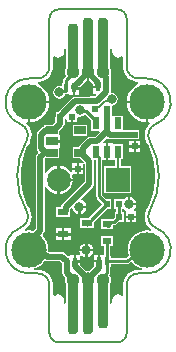
<source format=gbl>
G04*
G04 #@! TF.GenerationSoftware,Altium Limited,Altium Designer,21.6.4 (81)*
G04*
G04 Layer_Physical_Order=2*
G04 Layer_Color=16711680*
%FSAX25Y25*%
%MOIN*%
G70*
G04*
G04 #@! TF.SameCoordinates,9A5FF030-8DC4-432F-A364-1BA2AF03453A*
G04*
G04*
G04 #@! TF.FilePolarity,Positive*
G04*
G01*
G75*
%ADD13C,0.00787*%
%ADD24C,0.00984*%
%ADD25C,0.01968*%
%ADD26R,0.07874X0.07874*%
%ADD27C,0.07874*%
%ADD28C,0.11811*%
%ADD29C,0.03150*%
%ADD30C,0.02362*%
%ADD31R,0.03937X0.02756*%
%ADD32R,0.02362X0.03937*%
G04:AMPARAMS|DCode=33|XSize=35.43mil|YSize=169.29mil|CornerRadius=13.82mil|HoleSize=0mil|Usage=FLASHONLY|Rotation=0.000|XOffset=0mil|YOffset=0mil|HoleType=Round|Shape=RoundedRectangle|*
%AMROUNDEDRECTD33*
21,1,0.03543,0.14165,0,0,0.0*
21,1,0.00780,0.16929,0,0,0.0*
1,1,0.02764,0.00390,-0.07083*
1,1,0.02764,-0.00390,-0.07083*
1,1,0.02764,-0.00390,0.07083*
1,1,0.02764,0.00390,0.07083*
%
%ADD33ROUNDEDRECTD33*%
G04:AMPARAMS|DCode=34|XSize=35.43mil|YSize=188.98mil|CornerRadius=13.82mil|HoleSize=0mil|Usage=FLASHONLY|Rotation=0.000|XOffset=0mil|YOffset=0mil|HoleType=Round|Shape=RoundedRectangle|*
%AMROUNDEDRECTD34*
21,1,0.03543,0.16134,0,0,0.0*
21,1,0.00780,0.18898,0,0,0.0*
1,1,0.02764,0.00390,-0.08067*
1,1,0.02764,-0.00390,-0.08067*
1,1,0.02764,-0.00390,0.08067*
1,1,0.02764,0.00390,0.08067*
%
%ADD34ROUNDEDRECTD34*%
%ADD35R,0.01575X0.02756*%
%ADD36R,0.01968X0.02165*%
%ADD37R,0.01968X0.02165*%
%ADD38R,0.03543X0.02362*%
%ADD39R,0.03150X0.02362*%
%ADD40R,0.02165X0.01968*%
%ADD41C,0.04370*%
G36*
X-0007300Y0074918D02*
Y0068526D01*
X-0007339Y0068476D01*
X-0007608Y0067825D01*
X-0007700Y0067126D01*
X-0007608Y0066427D01*
X-0007396Y0065914D01*
X-0008106Y0065204D01*
X-0008323Y0064878D01*
X-0008399Y0064494D01*
Y0063510D01*
X-0008676D01*
Y0062779D01*
X-0009176Y0062368D01*
X-0009547Y0062442D01*
X-0010354Y0062282D01*
X-0011037Y0061825D01*
X-0011494Y0061141D01*
X-0011655Y0060335D01*
X-0011494Y0059528D01*
X-0011037Y0058845D01*
X-0010354Y0058388D01*
X-0009547Y0058227D01*
X-0008741Y0058388D01*
X-0008057Y0058845D01*
X-0007600Y0059528D01*
X-0007552Y0059770D01*
X-0006215D01*
Y0059474D01*
X-0005034D01*
Y0061640D01*
X-0004640D01*
Y0062033D01*
X-0002789D01*
X-0002430Y0062393D01*
X-0002419Y0062400D01*
X-0000611Y0064208D01*
X-0000394Y0064180D01*
Y0067126D01*
X0000394D01*
Y0064180D01*
X0000611Y0064208D01*
X0001772Y0063047D01*
Y0062500D01*
X0003347D01*
Y0061713D01*
X0001772D01*
Y0059941D01*
X0002671D01*
X0002862Y0059479D01*
X0002369Y0058986D01*
X0000865D01*
X0000319Y0058877D01*
X-0004362D01*
X-0004938Y0058762D01*
X-0005426Y0058436D01*
X-0005426Y0058436D01*
X-0008938Y0054924D01*
X-0009179Y0054564D01*
X-0010003Y0053740D01*
X-0010827D01*
Y0052409D01*
X-0010856Y0052264D01*
Y0050528D01*
X-0011774Y0049609D01*
X-0014567D01*
Y0049137D01*
X-0014604Y0049130D01*
X-0015092Y0048803D01*
X-0015092Y0048803D01*
X-0016616Y0047280D01*
X-0016942Y0046791D01*
X-0017056Y0046215D01*
Y0041782D01*
X-0016942Y0041206D01*
X-0016616Y0040718D01*
Y0040238D01*
X-0017041Y0039812D01*
X-0017367Y0039324D01*
X-0017482Y0038748D01*
Y0014870D01*
X-0018232Y0014119D01*
X-0018431Y0014179D01*
X-0019685Y0014303D01*
X-0020890Y0014184D01*
X-0020932Y0014216D01*
X-0020989Y0014718D01*
X-0020790Y0014850D01*
X-0020698Y0014941D01*
X-0020592Y0015015D01*
X-0020005Y0015619D01*
X-0019935Y0015728D01*
X-0019846Y0015822D01*
X-0019401Y0016538D01*
X-0019356Y0016659D01*
X-0019290Y0016770D01*
X-0019007Y0017564D01*
X-0018988Y0017692D01*
X-0018947Y0017815D01*
X-0018840Y0018651D01*
X-0018849Y0018780D01*
X-0018835Y0018908D01*
X-0018908Y0019748D01*
X-0018945Y0019872D01*
X-0018958Y0020001D01*
X-0019208Y0020805D01*
X-0019255Y0020891D01*
X-0019281Y0020985D01*
X-0019469Y0021362D01*
X-0019489Y0021388D01*
X-0019499Y0021419D01*
X-0020213Y0022679D01*
X-0021306Y0025361D01*
X-0022045Y0028161D01*
X-0022418Y0031032D01*
X-0022418Y0033928D01*
X-0022045Y0036800D01*
X-0021306Y0039600D01*
X-0020213Y0042282D01*
X-0019499Y0043541D01*
X-0019489Y0043572D01*
X-0019469Y0043598D01*
X-0019281Y0043976D01*
X-0019255Y0044070D01*
X-0019208Y0044155D01*
X-0018958Y0044960D01*
X-0018945Y0045089D01*
X-0018908Y0045213D01*
X-0018835Y0046052D01*
X-0018849Y0046181D01*
X-0018840Y0046310D01*
X-0018947Y0047146D01*
X-0018988Y0047269D01*
X-0019007Y0047396D01*
X-0019290Y0048190D01*
X-0019356Y0048302D01*
X-0019401Y0048423D01*
X-0019846Y0049138D01*
X-0019935Y0049233D01*
X-0020005Y0049341D01*
X-0020592Y0049946D01*
X-0020437Y0050387D01*
X-0020405Y0050432D01*
X-0020079Y0050400D01*
Y0057087D01*
X-0019685D01*
Y0057480D01*
X-0012999D01*
X-0013089Y0058399D01*
X-0013472Y0059660D01*
X-0014093Y0060823D01*
X-0014930Y0061842D01*
X-0015949Y0062678D01*
X-0016733Y0063098D01*
X-0016795Y0063697D01*
X-0016751Y0063758D01*
X-0016366Y0063777D01*
X-0016279Y0063799D01*
X-0016190Y0063799D01*
X-0015433Y0063950D01*
X-0015324Y0063995D01*
X-0015207Y0064018D01*
X-0014494Y0064314D01*
X-0014396Y0064379D01*
X-0014286Y0064425D01*
X-0013645Y0064854D01*
X-0013561Y0064937D01*
X-0013462Y0065003D01*
X-0012917Y0065549D01*
X-0012851Y0065648D01*
X-0012767Y0065731D01*
X-0012338Y0066373D01*
X-0012293Y0066482D01*
X-0012227Y0066581D01*
X-0011931Y0067294D01*
X-0011908Y0067410D01*
X-0011863Y0067520D01*
X-0011712Y0068277D01*
X-0011712Y0068366D01*
X-0011690Y0068452D01*
X-0011671Y0068838D01*
X-0011676Y0068868D01*
X-0011670Y0068898D01*
Y0072238D01*
X-0011170Y0072404D01*
X-0010651Y0072057D01*
X-0009921Y0071912D01*
X-0009192Y0072057D01*
X-0008573Y0072471D01*
X-0008160Y0073089D01*
X-0008015Y0073819D01*
Y0074680D01*
X-0007565Y0075022D01*
X-0007300Y0074918D01*
D02*
G37*
G36*
X0008015Y0074918D02*
Y0073819D01*
X0008160Y0073089D01*
X0008573Y0072471D01*
X0009192Y0072057D01*
X0009921Y0071912D01*
X0010651Y0072057D01*
X0011170Y0072404D01*
X0011670Y0072238D01*
Y0068898D01*
X0011676Y0068868D01*
X0011671Y0068838D01*
X0011690Y0068452D01*
X0011712Y0068366D01*
X0011712Y0068277D01*
X0011863Y0067520D01*
X0011908Y0067410D01*
X0011931Y0067294D01*
X0012227Y0066581D01*
X0012293Y0066483D01*
X0012338Y0066373D01*
X0012767Y0065731D01*
X0012851Y0065648D01*
X0012917Y0065549D01*
X0013462Y0065003D01*
X0013561Y0064937D01*
X0013645Y0064854D01*
X0014286Y0064425D01*
X0014396Y0064379D01*
X0014494Y0064314D01*
X0015207Y0064018D01*
X0015324Y0063995D01*
X0015433Y0063950D01*
X0016190Y0063799D01*
X0016279Y0063799D01*
X0016366Y0063777D01*
X0016751Y0063758D01*
X0016795Y0063697D01*
X0016733Y0063098D01*
X0015949Y0062678D01*
X0014930Y0061842D01*
X0014093Y0060823D01*
X0013472Y0059660D01*
X0013089Y0058399D01*
X0012999Y0057480D01*
X0019685D01*
Y0057087D01*
X0020079D01*
Y0050400D01*
X0020405Y0050432D01*
X0020437Y0050387D01*
X0020592Y0049946D01*
X0020005Y0049341D01*
X0019935Y0049233D01*
X0019846Y0049138D01*
X0019401Y0048423D01*
X0019356Y0048302D01*
X0019290Y0048190D01*
X0019007Y0047396D01*
X0018988Y0047269D01*
X0018947Y0047146D01*
X0018840Y0046310D01*
X0018849Y0046181D01*
X0018835Y0046052D01*
X0018908Y0045213D01*
X0018945Y0045089D01*
X0018958Y0044960D01*
X0019208Y0044155D01*
X0019255Y0044070D01*
X0019281Y0043976D01*
X0019469Y0043598D01*
X0019489Y0043572D01*
X0019499Y0043541D01*
X0020213Y0042282D01*
X0021306Y0039600D01*
X0022045Y0036800D01*
X0022418Y0033928D01*
X0022418Y0031032D01*
X0022045Y0028161D01*
X0021306Y0025361D01*
X0020213Y0022679D01*
X0019499Y0021419D01*
X0019489Y0021388D01*
X0019469Y0021362D01*
X0019281Y0020985D01*
X0019255Y0020891D01*
X0019208Y0020805D01*
X0018958Y0020001D01*
X0018945Y0019872D01*
X0018908Y0019748D01*
X0018835Y0018908D01*
X0018849Y0018780D01*
X0018840Y0018651D01*
X0018947Y0017815D01*
X0018988Y0017692D01*
X0019007Y0017564D01*
X0019290Y0016770D01*
X0019356Y0016659D01*
X0019401Y0016538D01*
X0019846Y0015822D01*
X0019935Y0015728D01*
X0020005Y0015619D01*
X0020592Y0015015D01*
X0020698Y0014941D01*
X0020790Y0014850D01*
X0020989Y0014718D01*
X0020932Y0014216D01*
X0020890Y0014184D01*
X0019685Y0014303D01*
X0018431Y0014179D01*
X0017225Y0013813D01*
X0016114Y0013219D01*
X0015139Y0012420D01*
X0014340Y0011446D01*
X0013746Y0010334D01*
X0013380Y0009128D01*
X0013256Y0007874D01*
X0013380Y0006620D01*
X0013582Y0005953D01*
X0012668Y0005039D01*
X0007677D01*
Y0005906D01*
X0007401D01*
Y0009252D01*
X0008366D01*
Y0012598D01*
X0004232D01*
Y0009252D01*
X0005394D01*
Y0006627D01*
X0005217Y0006201D01*
X0004035D01*
Y0004035D01*
X0003642D01*
Y0003642D01*
X0002067D01*
Y0002305D01*
X0000526Y0000764D01*
X0000083Y0000822D01*
X0000000Y0000838D01*
X-0000083Y0000822D01*
X-0000611Y0000752D01*
X-0002756Y0002897D01*
Y0003543D01*
X-0004331D01*
Y0003937D01*
X-0004724D01*
Y0006102D01*
X-0005906D01*
Y0005807D01*
X-0006738D01*
X-0006904Y0005918D01*
X-0006948Y0005927D01*
X-0007648Y0006627D01*
X-0008136Y0006953D01*
X-0008712Y0007068D01*
X-0012906D01*
X-0013299Y0007441D01*
X-0013256Y0007874D01*
X-0013380Y0009128D01*
X-0013746Y0010334D01*
X-0014340Y0011446D01*
X-0015139Y0012420D01*
X-0015145Y0012425D01*
X-0015170Y0012924D01*
X-0014912Y0013182D01*
X-0014586Y0013670D01*
X-0014471Y0014246D01*
Y0028723D01*
X-0013971Y0028823D01*
X-0013969Y0028818D01*
X-0013212Y0027831D01*
X-0012225Y0027074D01*
X-0011076Y0026598D01*
X-0010236Y0026487D01*
Y0031201D01*
Y0035914D01*
X-0011076Y0035804D01*
X-0012225Y0035328D01*
X-0013212Y0034570D01*
X-0013969Y0033583D01*
X-0013971Y0033579D01*
X-0014471Y0033678D01*
Y0038124D01*
X-0014207Y0038389D01*
X-0009646D01*
Y0041834D01*
X-0009350D01*
Y0043605D01*
X-0012106D01*
Y0044393D01*
X-0009350D01*
Y0046164D01*
X-0009646D01*
Y0047480D01*
X-0008286Y0048840D01*
X-0007960Y0049328D01*
X-0007845Y0049904D01*
Y0051383D01*
X-0007685Y0051502D01*
X-0007185Y0051251D01*
Y0050295D01*
X-0005807D01*
Y0052165D01*
X-0005020D01*
Y0050295D01*
X-0003642D01*
Y0051934D01*
X-0003142Y0052308D01*
X-0002662Y0052213D01*
X-0001856Y0052373D01*
X-0001172Y0052830D01*
X-0000945Y0052853D01*
X0000886Y0051022D01*
Y0047539D01*
X0003759D01*
X0003966Y0047039D01*
X0002428Y0045501D01*
X0000579D01*
X0000003Y0045387D01*
X-0000486Y0045061D01*
X-0002738Y0042809D01*
X-0003064Y0042320D01*
X-0003102Y0042129D01*
X-0005118D01*
Y0038389D01*
X-0002677D01*
X-0001403Y0037115D01*
X-0001727Y0036732D01*
X-0003063D01*
Y0035256D01*
X-0001686D01*
Y0036419D01*
X-0001188Y0036697D01*
X-0001025Y0036594D01*
Y0034862D01*
Y0030563D01*
X-0008545Y0023043D01*
X-0008871Y0022555D01*
X-0008952Y0022146D01*
X-0010531D01*
Y0018799D01*
X-0006004D01*
Y0020524D01*
X-0005975Y0020669D01*
Y0021335D01*
X-0005631Y0021628D01*
X-0005170Y0021479D01*
X-0005107Y0021162D01*
X-0004585Y0020381D01*
X-0003804Y0019859D01*
X-0003276Y0019754D01*
Y0022084D01*
X-0002882D01*
Y0022478D01*
X-0000552D01*
X-0000657Y0023006D01*
X-0001179Y0023787D01*
X-0001960Y0024309D01*
X-0002325Y0024382D01*
X-0002470Y0024860D01*
X0001544Y0028875D01*
X0001870Y0029363D01*
X0001985Y0029939D01*
Y0034862D01*
Y0037361D01*
X0001939Y0037591D01*
X0002246Y0037990D01*
X0002746Y0037883D01*
Y0025620D01*
X0002823Y0025236D01*
X0003040Y0024910D01*
X0004756Y0023194D01*
Y0022982D01*
X0000180Y0018406D01*
X-0002657D01*
Y0015059D01*
X-0000589D01*
X-0000492Y0015040D01*
X-0000394D01*
X-0000297Y0015059D01*
X0001870D01*
Y0017257D01*
X0006176Y0021562D01*
X0007709D01*
Y0024712D01*
X0006077D01*
X0004753Y0026036D01*
Y0037795D01*
X0005906D01*
Y0040551D01*
Y0043307D01*
X0005144D01*
X0004953Y0043769D01*
X0006332Y0045148D01*
X0006810Y0044829D01*
X0007386Y0044714D01*
X0015562D01*
X0015707Y0044743D01*
X0017137D01*
Y0047696D01*
X0015707D01*
X0015562Y0047725D01*
X0011713D01*
Y0052461D01*
X0008366D01*
X0008366Y0052461D01*
X0007903Y0052549D01*
Y0054921D01*
X0007874Y0055067D01*
Y0055917D01*
X0008652Y0056071D01*
X0009336Y0056528D01*
X0009792Y0057212D01*
X0009953Y0058018D01*
X0009792Y0058825D01*
X0009336Y0059508D01*
X0008652Y0059965D01*
X0007845Y0060126D01*
X0007570Y0060401D01*
X0007608Y0060590D01*
Y0062106D01*
X0007569Y0062303D01*
X0007608Y0062500D01*
Y0065374D01*
X0007493Y0065950D01*
X0007442Y0066026D01*
X0007608Y0066427D01*
X0007700Y0067126D01*
X0007608Y0067825D01*
X0007339Y0068476D01*
X0007300Y0068526D01*
Y0074679D01*
X0007750Y0075022D01*
X0008015Y0074918D01*
D02*
G37*
G36*
X0014770Y0003778D02*
X0015139Y0003328D01*
X0016114Y0002529D01*
X0017225Y0001935D01*
X0017985Y0001704D01*
X0017911Y0001204D01*
X0016811D01*
X0016781Y0001198D01*
X0016751Y0001203D01*
X0016366Y0001184D01*
X0016279Y0001162D01*
X0016190Y0001162D01*
X0015433Y0001011D01*
X0015324Y0000966D01*
X0015207Y0000943D01*
X0014494Y0000647D01*
X0014396Y0000581D01*
X0014286Y0000536D01*
X0013645Y0000107D01*
X0013561Y0000023D01*
X0013462Y-0000043D01*
X0012917Y-0000588D01*
X0012851Y-0000687D01*
X0012767Y-0000771D01*
X0012338Y-0001412D01*
X0012293Y-0001522D01*
X0012227Y-0001620D01*
X0011931Y-0002333D01*
X0011908Y-0002450D01*
X0011863Y-0002559D01*
X0011712Y-0003316D01*
X0011712Y-0003405D01*
X0011690Y-0003492D01*
X0011671Y-0003878D01*
X0011676Y-0003907D01*
X0011670Y-0003937D01*
Y-0007278D01*
X0011170Y-0007443D01*
X0010651Y-0007097D01*
X0009921Y-0006952D01*
X0009192Y-0007097D01*
X0008573Y-0007510D01*
X0008160Y-0008129D01*
X0008015Y-0008858D01*
Y-0009719D01*
X0007565Y-0010062D01*
X0007300Y-0009957D01*
Y-0003565D01*
X0007339Y-0003515D01*
X0007608Y-0002864D01*
X0007700Y-0002165D01*
X0007608Y-0001467D01*
X0007339Y-0000815D01*
X0007124Y-0000536D01*
X0007325Y-0000236D01*
X0007401Y0000149D01*
Y0002165D01*
X0007677D01*
Y0003032D01*
X0013084D01*
X0013468Y0003108D01*
X0013794Y0003326D01*
X0014271Y0003803D01*
X0014770Y0003778D01*
D02*
G37*
G36*
X-0014187Y0004172D02*
X-0013611Y0004057D01*
X-0013611Y0004057D01*
X-0009336D01*
X-0008742Y0003463D01*
X-0008592Y0003363D01*
Y0000097D01*
X-0008477Y-0000479D01*
X-0008151Y-0000967D01*
X-0007613Y-0001505D01*
X-0007700Y-0002165D01*
X-0007608Y-0002864D01*
X-0007339Y-0003515D01*
X-0007300Y-0003565D01*
Y-0009719D01*
X-0007750Y-0010061D01*
X-0008015Y-0009957D01*
Y-0008858D01*
X-0008160Y-0008129D01*
X-0008573Y-0007510D01*
X-0009192Y-0007097D01*
X-0009921Y-0006952D01*
X-0010651Y-0007097D01*
X-0011170Y-0007443D01*
X-0011670Y-0007278D01*
Y-0003937D01*
X-0011676Y-0003907D01*
X-0011671Y-0003878D01*
X-0011690Y-0003492D01*
X-0011712Y-0003405D01*
X-0011712Y-0003316D01*
X-0011863Y-0002559D01*
X-0011908Y-0002450D01*
X-0011931Y-0002333D01*
X-0012227Y-0001620D01*
X-0012293Y-0001522D01*
X-0012338Y-0001412D01*
X-0012767Y-0000771D01*
X-0012851Y-0000687D01*
X-0012917Y-0000588D01*
X-0013462Y-0000043D01*
X-0013561Y0000023D01*
X-0013645Y0000107D01*
X-0014286Y0000536D01*
X-0014396Y0000581D01*
X-0014494Y0000647D01*
X-0015207Y0000943D01*
X-0015324Y0000966D01*
X-0015433Y0001011D01*
X-0016190Y0001162D01*
X-0016279Y0001162D01*
X-0016366Y0001184D01*
X-0016752Y0001203D01*
X-0016781Y0001198D01*
X-0016811Y0001204D01*
X-0017911Y0001204D01*
X-0017985Y0001704D01*
X-0017225Y0001935D01*
X-0016114Y0002529D01*
X-0015139Y0003328D01*
X-0014355Y0004284D01*
X-0014187Y0004172D01*
D02*
G37*
%LPC*%
G36*
X-0003065Y0061246D02*
X-0004246D01*
Y0059474D01*
X-0003065D01*
Y0061246D01*
D02*
G37*
G36*
X-0012999Y0056693D02*
X-0019291D01*
Y0050400D01*
X-0018373Y0050490D01*
X-0017111Y0050873D01*
X-0015949Y0051495D01*
X-0014930Y0052331D01*
X-0014093Y0053350D01*
X-0013472Y0054513D01*
X-0013089Y0055775D01*
X-0012999Y0056693D01*
D02*
G37*
G36*
X0019291Y0056693D02*
X0012999D01*
X0013089Y0055775D01*
X0013472Y0054513D01*
X0014093Y0053350D01*
X0014930Y0052331D01*
X0015949Y0051495D01*
X0017111Y0050873D01*
X0018373Y0050490D01*
X0019291Y0050400D01*
Y0056693D01*
D02*
G37*
G36*
X-0000197Y0049609D02*
X-0005118D01*
Y0045869D01*
X-0000197D01*
Y0049609D01*
D02*
G37*
G36*
X0017432Y0044054D02*
X0015956D01*
Y0042676D01*
X0017432D01*
Y0044054D01*
D02*
G37*
G36*
X0015168D02*
X0013692D01*
Y0042676D01*
X0015168D01*
Y0044054D01*
D02*
G37*
G36*
X0017432Y0041889D02*
X0015956D01*
Y0040511D01*
X0017432D01*
Y0041889D01*
D02*
G37*
G36*
X0015168D02*
X0013692D01*
Y0040511D01*
X0015168D01*
Y0041889D01*
D02*
G37*
G36*
X-0003851Y0036732D02*
X-0005229D01*
Y0035256D01*
X-0003851D01*
Y0036732D01*
D02*
G37*
G36*
X-0001686Y0034468D02*
X-0003063D01*
Y0032992D01*
X-0001686D01*
Y0034468D01*
D02*
G37*
G36*
X-0009449Y0035914D02*
Y0031594D01*
X-0005129D01*
X-0005240Y0032434D01*
X-0005271Y0032509D01*
X-0004930Y0032992D01*
X-0003851D01*
Y0034468D01*
X-0005229D01*
Y0033723D01*
X-0005680Y0033596D01*
X-0005729Y0033601D01*
X-0006473Y0034570D01*
X-0007460Y0035328D01*
X-0008609Y0035804D01*
X-0009449Y0035914D01*
D02*
G37*
G36*
X0008268Y0043307D02*
X0007988Y0043307D01*
X0006693D01*
Y0040551D01*
Y0037795D01*
X0008268D01*
X0008636Y0038083D01*
X0008812Y0038061D01*
X0009136Y0037737D01*
Y0035630D01*
X0005413D01*
Y0026772D01*
X0014272D01*
Y0035630D01*
X0010943D01*
Y0038091D01*
X0011713D01*
Y0043012D01*
X0008645D01*
X0008268Y0043307D01*
D02*
G37*
G36*
X-0005129Y0030807D02*
X-0009449D01*
Y0026487D01*
X-0008609Y0026598D01*
X-0007460Y0027074D01*
X-0006473Y0027831D01*
X-0005716Y0028818D01*
X-0005240Y0029967D01*
X-0005129Y0030807D01*
D02*
G37*
G36*
X0013352Y0025403D02*
X0012824Y0025298D01*
X0012103Y0024816D01*
X0011646Y0024712D01*
X0011646Y0024712D01*
X0011646Y0024712D01*
X0008693D01*
Y0021562D01*
X0009252D01*
Y0020414D01*
X0008866D01*
Y0018684D01*
X0008311Y0018129D01*
X0007382D01*
X0007285Y0018110D01*
X0004232D01*
Y0014764D01*
X0006249D01*
X0006465Y0014721D01*
X0006571D01*
X0006787Y0014764D01*
X0008366D01*
Y0016123D01*
X0008727D01*
X0009111Y0016199D01*
X0009437Y0016416D01*
X0010285Y0017265D01*
X0011819D01*
Y0020414D01*
X0011260D01*
Y0021302D01*
X0011760Y0021506D01*
X0012061Y0021357D01*
X0012348Y0021166D01*
X0012508Y0020710D01*
X0012508Y0020710D01*
X0012508Y0020710D01*
Y0019233D01*
X0014279D01*
X0016051D01*
Y0020710D01*
X0015362D01*
X0015210Y0021210D01*
X0015449Y0021369D01*
X0015971Y0022151D01*
X0016076Y0022679D01*
X0013746D01*
Y0023073D01*
X0013352D01*
Y0025403D01*
D02*
G37*
G36*
X0014140D02*
Y0023466D01*
X0016076D01*
X0015971Y0023994D01*
X0015449Y0024776D01*
X0014668Y0025298D01*
X0014140Y0025403D01*
D02*
G37*
G36*
X-0000552Y0021690D02*
X-0002488D01*
Y0019754D01*
X-0001960Y0019859D01*
X-0001179Y0020381D01*
X-0000657Y0021162D01*
X-0000552Y0021690D01*
D02*
G37*
G36*
X0016051Y0018446D02*
X0014673D01*
Y0016970D01*
X0016051D01*
Y0018446D01*
D02*
G37*
G36*
X0013886D02*
X0012508D01*
Y0016970D01*
X0013886D01*
Y0018446D01*
D02*
G37*
G36*
X-0005709Y0014961D02*
X-0007874D01*
Y0013386D01*
X-0005709D01*
Y0014961D01*
D02*
G37*
G36*
X-0008661D02*
X-0010827D01*
Y0013386D01*
X-0008661D01*
Y0014961D01*
D02*
G37*
G36*
X-0005709Y0012598D02*
X-0007874D01*
Y0011024D01*
X-0005709D01*
Y0012598D01*
D02*
G37*
G36*
X-0008661D02*
X-0010827D01*
Y0011024D01*
X-0008661D01*
Y0012598D01*
D02*
G37*
G36*
X-0000130Y0010006D02*
Y0008069D01*
X0001807D01*
X0001702Y0008597D01*
X0001179Y0009379D01*
X0000398Y0009901D01*
X-0000130Y0010006D01*
D02*
G37*
G36*
X-0000917D02*
X-0001445Y0009901D01*
X-0002227Y0009379D01*
X-0002749Y0008597D01*
X-0002854Y0008069D01*
X-0000917D01*
Y0010006D01*
D02*
G37*
G36*
X0001807Y0007282D02*
X-0000130D01*
Y0005345D01*
X0000398Y0005451D01*
X0001179Y0005973D01*
X0001702Y0006754D01*
X0001807Y0007282D01*
D02*
G37*
G36*
X-0000917D02*
X-0002854D01*
X-0002749Y0006754D01*
X-0002606Y0006540D01*
X-0002915Y0006102D01*
X-0003157Y0006102D01*
X-0003937D01*
Y0004331D01*
X-0002756D01*
Y0005656D01*
X-0002756Y0005865D01*
X-0002256Y0006016D01*
X-0002227Y0005973D01*
X-0001445Y0005451D01*
X-0000917Y0005345D01*
Y0007282D01*
D02*
G37*
G36*
X0003248Y0006201D02*
X0002067D01*
Y0004429D01*
X0003248D01*
Y0006201D01*
D02*
G37*
%LPD*%
D13*
X0003767Y0055610D02*
X0005723Y0057566D01*
X0003051Y0055610D02*
X0003767D01*
X0005723Y0057566D02*
X0007393D01*
X0002461Y0055020D02*
X0003051Y0055610D01*
X0007393Y0057566D02*
X0007845Y0058018D01*
X0002461Y0054921D02*
Y0055020D01*
X-0013284Y0043999D02*
X-0012894Y0044390D01*
X-0005711Y0052464D02*
X-0005413Y0052165D01*
X0010039Y0033760D02*
Y0040551D01*
X0009941Y0033661D02*
X0010039Y0033760D01*
X0022543Y0049747D02*
G03*
X0020547Y0044135I0001428J-0003669D01*
G01*
X-0012874Y-0019882D02*
G03*
X-0009724Y-0023031I0003145J-0000004D01*
G01*
X0020547Y0020825D02*
G03*
X0020547Y0044135I-0020547J0011655D01*
G01*
X-0016811Y0064961D02*
G03*
X-0012874Y0068898I-0000001J0003938D01*
G01*
Y-0003937D02*
G03*
X-0016811Y0000000I-0003938J-0000001D01*
G01*
X-0009724Y0087992D02*
G03*
X-0012874Y0084842I-0000004J-0003145D01*
G01*
X0020547Y0020825D02*
G03*
X0022543Y0015214I0003424J-0001942D01*
G01*
X-0022543Y0015214D02*
G03*
X-0019488Y0000000I0002857J-0007340D01*
G01*
X0012874Y0084842D02*
G03*
X0009724Y0087992I-0003145J0000004D01*
G01*
X0019488Y0000000D02*
G03*
X0022543Y0015214I0000197J0007874D01*
G01*
X-0022543D02*
G03*
X-0020547Y0020825I-0001428J0003669D01*
G01*
X0012874Y0068898D02*
G03*
X0016811Y0064961I0003938J0000001D01*
G01*
Y0000000D02*
G03*
X0012874Y-0003937I0000001J-0003938D01*
G01*
X-0019488Y0064961D02*
G03*
X-0022543Y0049747I-0000197J-0007874D01*
G01*
X-0020547Y0044135D02*
G03*
X-0020547Y0020825I0020547J-0011655D01*
G01*
X0022543Y0049747D02*
G03*
X0019488Y0064961I-0002858J0007340D01*
G01*
X-0020547Y0044135D02*
G03*
X-0022543Y0049747I-0003424J0001942D01*
G01*
X0009724Y-0023031D02*
G03*
X0012874Y-0019882I0000004J0003145D01*
G01*
X-0019488Y0064961D02*
X-0016811D01*
X0012874Y-0019882D02*
Y-0003937D01*
X-0012874Y0068898D02*
Y0084842D01*
X-0009724Y-0023031D02*
X0009724D01*
X-0009724Y0087992D02*
X0009724D01*
X-0012874Y-0019882D02*
Y-0003937D01*
X0012874Y0068898D02*
Y0084842D01*
X-0019488Y0000000D02*
X-0016811D01*
X0016811Y0064961D02*
X0019488D01*
X0016811Y0000000D02*
X0019488D01*
D24*
X-0002328Y0053986D02*
X-0000659D01*
X-0002662Y0054321D02*
X-0002328Y0053986D01*
X0001851Y0051476D02*
X0001870D01*
X0002559Y0050787D01*
Y0050000D02*
Y0050787D01*
X-0000659Y0053986D02*
X0001851Y0051476D01*
X0000886Y0017692D02*
X0006233Y0023039D01*
X-0000492Y0016043D02*
X-0000394D01*
X0000197Y0016732D02*
X0000886Y0017421D01*
X0006233Y0023039D02*
Y0023137D01*
X0000886Y0017421D02*
Y0017692D01*
X-0000394Y0016732D02*
X0000197D01*
X0007382Y0017126D02*
X0008727D01*
X0010250Y0018649D01*
X0007382Y0016535D02*
Y0017126D01*
X0006465Y0015724D02*
X0006571D01*
X0007382Y0016535D01*
X0005000Y-0001249D02*
X0006398Y0000149D01*
Y0004035D01*
X0005000Y-0002165D02*
Y-0001249D01*
X-0007691Y0060754D02*
X-0007396Y0061049D01*
X-0008542Y0060754D02*
X-0007691D01*
X-0008961Y0060335D02*
X-0008542Y0060754D01*
X-0007396Y0061049D02*
Y0061640D01*
X-0009547Y0060335D02*
X-0008961D01*
X0016923Y0007874D02*
X0019685D01*
X0006398Y0004035D02*
X0013084D01*
X0016923Y0007874D01*
X0006398Y0010145D02*
X0006465Y0010212D01*
X0006398Y0004035D02*
Y0010145D01*
X-0007396Y0064494D02*
X-0005000Y0066890D01*
Y0067126D01*
X-0007396Y0061640D02*
Y0064494D01*
X0003750Y0025620D02*
X0006233Y0023137D01*
X0003750Y0025620D02*
Y0038573D01*
X0002559Y0039764D02*
X0003750Y0038573D01*
X0010250Y0018649D02*
Y0018840D01*
X0010170Y0023137D02*
X0010256Y0023051D01*
Y0018926D02*
X0010342Y0018840D01*
X0010256Y0018926D02*
Y0023051D01*
X0002559Y0039764D02*
Y0040551D01*
D25*
X-0015977Y0038748D02*
X-0014466Y0040259D01*
X-0015977Y0014246D02*
Y0038748D01*
X-0019685Y0010537D02*
X-0015977Y0014246D01*
X-0019685Y0007874D02*
Y0010537D01*
X0000480Y0029939D02*
Y0034862D01*
X-0008366Y0020472D02*
X-0007677D01*
X-0007480Y0020669D02*
Y0021979D01*
X0000480Y0034862D02*
Y0037361D01*
X-0007677Y0020472D02*
X-0007480Y0020669D01*
Y0021979D02*
X0000480Y0029939D01*
X0002992Y0057480D02*
X0006102Y0060590D01*
X0000756Y0057372D02*
X0000865Y0057480D01*
X-0004362Y0057372D02*
X0000756D01*
X-0007874Y0053860D02*
X-0004362Y0057372D01*
X0000865Y0057480D02*
X0002992D01*
X0006102Y0060590D02*
Y0062106D01*
X-0017802Y0005991D02*
X-0014039D01*
X-0013611Y0005563D02*
X-0008712D01*
X-0007677Y0004528D01*
X-0007480D01*
X-0019685Y0007874D02*
X-0017802Y0005991D01*
X-0007480Y0004528D02*
X-0007087Y0004134D01*
Y0000097D02*
Y0004134D01*
X-0014039Y0005991D02*
X-0013611Y0005563D01*
X-0007087Y0000097D02*
X-0005000Y-0001990D01*
Y-0002165D02*
Y-0001990D01*
X0000000Y-0002165D02*
Y-0001987D01*
X-0004331Y0002343D02*
Y0003937D01*
Y0002343D02*
X0000000Y-0001987D01*
Y-0002165D02*
Y-0000667D01*
X0000612Y-0001279D02*
X0003642Y0001751D01*
X0005221Y0066256D02*
X0006102Y0065374D01*
Y0062500D02*
Y0065374D01*
X0003347Y0062106D02*
Y0063601D01*
X0000271Y0066677D02*
X0003347Y0063601D01*
X0006398Y0050098D02*
Y0054921D01*
X0006233Y0049933D02*
X0006299Y0050000D01*
X-0001673Y0040652D02*
Y0041744D01*
X-0001697Y0040629D02*
X-0001673Y0040652D01*
Y0041744D02*
X0000579Y0043996D01*
X0003051D02*
X0006102Y0047047D01*
X-0002287Y0040629D02*
X-0001697D01*
X0000579Y0043996D02*
X0003051D01*
X0000271Y0066677D02*
Y0067126D01*
X0000000D02*
X0000271D01*
X0000000Y0066948D02*
Y0067126D01*
X-0004640Y0061640D02*
Y0062311D01*
X-0003487Y0063465D01*
X-0003483D01*
X0000000Y0066948D01*
X0005221Y0066256D02*
Y0067126D01*
X0005000D02*
X0005221D01*
X-0009350Y0052165D02*
Y0052264D01*
Y0049904D02*
Y0052165D01*
X-0012106Y0047739D02*
X-0011516D01*
X-0009350Y0049904D01*
Y0052264D02*
X-0007874Y0053740D01*
Y0053860D01*
X0003642Y0001751D02*
Y0004035D01*
X-0014028Y0040259D02*
X-0012106D01*
X-0015551Y0041782D02*
Y0046215D01*
Y0041782D02*
X-0014028Y0040259D01*
X-0015551Y0046215D02*
X-0014028Y0047739D01*
X-0012106D01*
X-0002067Y0040259D02*
X-0001673Y0039865D01*
Y0039514D02*
Y0039865D01*
X-0002657Y0040259D02*
X-0002067D01*
X-0001673Y0039514D02*
X0000480Y0037361D01*
X0007386Y0046219D02*
X0015562D01*
X0006233Y0047372D02*
X0007386Y0046219D01*
X0006233Y0047372D02*
Y0049933D01*
X-0003457Y0034776D02*
Y0034862D01*
D26*
X0009843Y0031201D02*
D03*
D27*
X-0009843D02*
D03*
D28*
X0019685Y0007874D02*
D03*
X-0019685Y0057087D02*
D03*
X0019685D02*
D03*
X-0019685Y0007874D02*
D03*
D29*
X-0002662Y0054321D02*
D03*
X0007845Y0058018D02*
D03*
X-0009547Y0060335D02*
D03*
X-0002882Y0022084D02*
D03*
X0013746Y0023073D02*
D03*
X-0000524Y0007676D02*
D03*
D30*
X0000000Y-0013484D02*
D03*
Y0078445D02*
D03*
D31*
X-0012106Y0040259D02*
D03*
Y0043999D02*
D03*
Y0047739D02*
D03*
X-0002657D02*
D03*
Y0040259D02*
D03*
D32*
X0010039Y0050000D02*
D03*
X0006299D02*
D03*
X0002559D02*
D03*
Y0040551D02*
D03*
X0006299D02*
D03*
X0010039D02*
D03*
D33*
X0005000Y-0009843D02*
D03*
X-0005000Y0074803D02*
D03*
D34*
Y-0010827D02*
D03*
X0000000D02*
D03*
X0005000Y0075787D02*
D03*
X0000000D02*
D03*
D35*
X-0004640Y0061640D02*
D03*
X-0007396D02*
D03*
X0003347Y0062106D02*
D03*
X0006102D02*
D03*
X-0004331Y0003937D02*
D03*
X-0007087D02*
D03*
X0003642Y0004035D02*
D03*
X0006398D02*
D03*
D36*
X-0003457Y0034862D02*
D03*
X0000480D02*
D03*
X-0009350Y0052165D02*
D03*
X-0005413D02*
D03*
X0014279Y0018840D02*
D03*
X0010342D02*
D03*
D37*
X0006398Y0054921D02*
D03*
X0002461D02*
D03*
X0010170Y0023137D02*
D03*
X0006233D02*
D03*
D38*
X-0008268Y0012992D02*
D03*
Y0020472D02*
D03*
X-0000394Y0016732D02*
D03*
D39*
X0006299Y0016437D02*
D03*
Y0010925D02*
D03*
D40*
X0015562Y0042282D02*
D03*
Y0046219D02*
D03*
D41*
X0005000Y-0002165D02*
D03*
X0000000D02*
D03*
X-0005000D02*
D03*
Y0067126D02*
D03*
X0000000D02*
D03*
X0005000D02*
D03*
M02*

</source>
